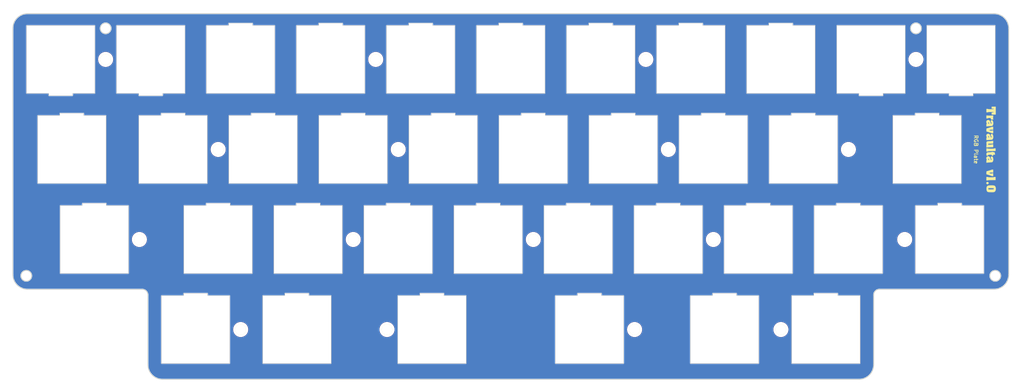
<source format=kicad_pcb>
(kicad_pcb (version 20221018) (generator pcbnew)
  (layers (0 "F.Cu" signal) (31 "B.Cu" signal) (34 "B.Paste" user) (35 "F.Paste" user) (36 "B.SilkS" user "B.Silkscreen") (37 "F.SilkS" user "F.Silkscreen") (38 "B.Mask" user) (39 "F.Mask" user) (44 "Edge.Cuts" user))
  (net 0 "")
  (footprint "cipulot_parts:HOLE_M2" (layer "F.Cu") (at 120.65 57.15)
    (fp_text reference "H2" hide)
    (fp_text value "MountingHole" hide)
    (pad "" np_thru_hole circle (at 0 0) (size 2.2 2.2) (drill 2.2) (layers "*.Cu" "*.Mask" "F.SilkS") (clearance 0.5))
  )
  (footprint "cipulot_parts:HOLE_M2" (layer "F.Cu") (at 153.9875 95.25)
    (fp_text reference "H11" hide)
    (fp_text value "MountingHole" hide)
    (pad "" np_thru_hole circle (at 0 0) (size 2.2 2.2) (drill 2.2) (layers "*.Cu" "*.Mask" "F.SilkS") (clearance 0.5))
  )
  (footprint "lib:RGB realforce R2" (layer "F.Cu") (at 61.12 95.25)
    (fp_text reference "RGB topre")
    (fp_text value "RGB realforce R2")
    (fp_line (start -7.2644 -7.2) (end -7.2644 7.2) (stroke (width 0.1)) (layer "Edge.Cuts"))
    (fp_line (start -7.2644 -7.2) (end -2.5644 -7.2) (stroke (width 0.1)) (layer "Edge.Cuts"))
    (fp_line (start -7.2644 7.2) (end 7.2356 7.2) (stroke (width 0.1)) (layer "Edge.Cuts"))
    (fp_line (start -2.5644 -7.7) (end 2.5356 -7.7) (stroke (width 0.1)) (layer "Edge.Cuts"))
    (fp_line (start -2.5644 -7.2) (end -2.5644 -7.7) (stroke (width 0.1)) (layer "Edge.Cuts"))
    (fp_line (start 2.5356 -7.2) (end 2.5356 -7.7) (stroke (width 0.1)) (layer "Edge.Cuts"))
    (fp_line (start 7.2356 -7.2) (end 2.5356 -7.2) (stroke (width 0.1)) (layer "Edge.Cuts"))
    (fp_line (start 7.2356 -7.2) (end 7.2356 7.2) (stroke (width 0.1)) (layer "Edge.Cuts"))
  )
  (footprint "lib:RGB realforce R2" (layer "F.Cu") (at 187.325 57.15)
    (fp_text reference "RGB topre")
    (fp_text value "RGB realforce R2")
    (fp_line (start -7.2644 -7.2) (end -7.2644 7.2) (stroke (width 0.1)) (layer "Edge.Cuts"))
    (fp_line (start -7.2644 -7.2) (end -2.5644 -7.2) (stroke (width 0.1)) (layer "Edge.Cuts"))
    (fp_line (start -7.2644 7.2) (end 7.2356 7.2) (stroke (width 0.1)) (layer "Edge.Cuts"))
    (fp_line (start -2.5644 -7.7) (end 2.5356 -7.7) (stroke (width 0.1)) (layer "Edge.Cuts"))
    (fp_line (start -2.5644 -7.2) (end -2.5644 -7.7) (stroke (width 0.1)) (layer "Edge.Cuts"))
    (fp_line (start 2.5356 -7.2) (end 2.5356 -7.7) (stroke (width 0.1)) (layer "Edge.Cuts"))
    (fp_line (start 7.2356 -7.2) (end 2.5356 -7.2) (stroke (width 0.1)) (layer "Edge.Cuts"))
    (fp_line (start 7.2356 -7.2) (end 7.2356 7.2) (stroke (width 0.1)) (layer "Edge.Cuts"))
  )
  (footprint "lib:RGB realforce R2" (layer "F.Cu") (at 194.47 114.3)
    (fp_text reference "RGB topre")
    (fp_text value "RGB realforce R2")
    (fp_line (start -7.2644 -7.2) (end -7.2644 7.2) (stroke (width 0.1)) (layer "Edge.Cuts"))
    (fp_line (start -7.2644 -7.2) (end -2.5644 -7.2) (stroke (width 0.1)) (layer "Edge.Cuts"))
    (fp_line (start -7.2644 7.2) (end 7.2356 7.2) (stroke (width 0.1)) (layer "Edge.Cuts"))
    (fp_line (start -2.5644 -7.7) (end 2.5356 -7.7) (stroke (width 0.1)) (layer "Edge.Cuts"))
    (fp_line (start -2.5644 -7.2) (end -2.5644 -7.7) (stroke (width 0.1)) (layer "Edge.Cuts"))
    (fp_line (start 2.5356 -7.2) (end 2.5356 -7.7) (stroke (width 0.1)) (layer "Edge.Cuts"))
    (fp_line (start 7.2356 -7.2) (end 2.5356 -7.2) (stroke (width 0.1)) (layer "Edge.Cuts"))
    (fp_line (start 7.2356 -7.2) (end 7.2356 7.2) (stroke (width 0.1)) (layer "Edge.Cuts"))
  )
  (footprint "lib:RGB realforce R2" (layer "F.Cu") (at 96.8375 76.2)
    (fp_text reference "RGB topre")
    (fp_text value "RGB realforce R2")
    (fp_line (start -7.2644 -7.2) (end -7.2644 7.2) (stroke (width 0.1)) (layer "Edge.Cuts"))
    (fp_line (start -7.2644 -7.2) (end -2.5644 -7.2) (stroke (width 0.1)) (layer "Edge.Cuts"))
    (fp_line (start -7.2644 7.2) (end 7.2356 7.2) (stroke (width 0.1)) (layer "Edge.Cuts"))
    (fp_line (start -2.5644 -7.7) (end 2.5356 -7.7) (stroke (width 0.1)) (layer "Edge.Cuts"))
    (fp_line (start -2.5644 -7.2) (end -2.5644 -7.7) (stroke (width 0.1)) (layer "Edge.Cuts"))
    (fp_line (start 2.5356 -7.2) (end 2.5356 -7.7) (stroke (width 0.1)) (layer "Edge.Cuts"))
    (fp_line (start 7.2356 -7.2) (end 2.5356 -7.2) (stroke (width 0.1)) (layer "Edge.Cuts"))
    (fp_line (start 7.2356 -7.2) (end 7.2356 7.2) (stroke (width 0.1)) (layer "Edge.Cuts"))
  )
  (footprint "lib:RGB realforce R2" (layer "F.Cu") (at 192.0875 76.2)
    (fp_text reference "RGB topre")
    (fp_text value "RGB realforce R2")
    (fp_line (start -7.2644 -7.2) (end -7.2644 7.2) (stroke (width 0.1)) (layer "Edge.Cuts"))
    (fp_line (start -7.2644 -7.2) (end -2.5644 -7.2) (stroke (width 0.1)) (layer "Edge.Cuts"))
    (fp_line (start -7.2644 7.2) (end 7.2356 7.2) (stroke (width 0.1)) (layer "Edge.Cuts"))
    (fp_line (start -2.5644 -7.7) (end 2.5356 -7.7) (stroke (width 0.1)) (layer "Edge.Cuts"))
    (fp_line (start -2.5644 -7.2) (end -2.5644 -7.7) (stroke (width 0.1)) (layer "Edge.Cuts"))
    (fp_line (start 2.5356 -7.2) (end 2.5356 -7.7) (stroke (width 0.1)) (layer "Edge.Cuts"))
    (fp_line (start 7.2356 -7.2) (end 2.5356 -7.2) (stroke (width 0.1)) (layer "Edge.Cuts"))
    (fp_line (start 7.2356 -7.2) (end 7.2356 7.2) (stroke (width 0.1)) (layer "Edge.Cuts"))
  )
  (footprint "cipulot_parts:HOLE_M2" (layer "F.Cu") (at 63.5 57.15)
    (fp_text reference "H1" hide)
    (fp_text value "MountingHole" hide)
    (pad "" np_thru_hole circle (at 0 0) (size 2.2 2.2) (drill 2.2) (layers "F&B.Cu" "*.Mask" "F.SilkS") (clearance 0.5))
  )
  (footprint "lib:RGB realforce R2" (layer "F.Cu") (at 168.275 57.15)
    (fp_text reference "RGB topre")
    (fp_text value "RGB realforce R2")
    (fp_line (start -7.2644 -7.2) (end -7.2644 7.2) (stroke (width 0.1)) (layer "Edge.Cuts"))
    (fp_line (start -7.2644 -7.2) (end -2.5644 -7.2) (stroke (width 0.1)) (layer "Edge.Cuts"))
    (fp_line (start -7.2644 7.2) (end 7.2356 7.2) (stroke (width 0.1)) (layer "Edge.Cuts"))
    (fp_line (start -2.5644 -7.7) (end 2.5356 -7.7) (stroke (width 0.1)) (layer "Edge.Cuts"))
    (fp_line (start -2.5644 -7.2) (end -2.5644 -7.7) (stroke (width 0.1)) (layer "Edge.Cuts"))
    (fp_line (start 2.5356 -7.2) (end 2.5356 -7.7) (stroke (width 0.1)) (layer "Edge.Cuts"))
    (fp_line (start 7.2356 -7.2) (end 2.5356 -7.2) (stroke (width 0.1)) (layer "Edge.Cuts"))
    (fp_line (start 7.2356 -7.2) (end 7.2356 7.2) (stroke (width 0.1)) (layer "Edge.Cuts"))
  )
  (footprint "lib:RGB realforce R2" (layer "F.Cu") (at 211.1375 76.2)
    (fp_text reference "RGB topre")
    (fp_text value "RGB realforce R2")
    (fp_line (start -7.2644 -7.2) (end -7.2644 7.2) (stroke (width 0.1)) (layer "Edge.Cuts"))
    (fp_line (start -7.2644 -7.2) (end -2.5644 -7.2) (stroke (width 0.1)) (layer "Edge.Cuts"))
    (fp_line (start -7.2644 7.2) (end 7.2356 7.2) (stroke (width 0.1)) (layer "Edge.Cuts"))
    (fp_line (start -2.5644 -7.7) (end 2.5356 -7.7) (stroke (width 0.1)) (layer "Edge.Cuts"))
    (fp_line (start -2.5644 -7.2) (end -2.5644 -7.7) (stroke (width 0.1)) (layer "Edge.Cuts"))
    (fp_line (start 2.5356 -7.2) (end 2.5356 -7.7) (stroke (width 0.1)) (layer "Edge.Cuts"))
    (fp_line (start 7.2356 -7.2) (end 2.5356 -7.2) (stroke (width 0.1)) (layer "Edge.Cuts"))
    (fp_line (start 7.2356 -7.2) (end 7.2356 7.2) (stroke (width 0.1)) (layer "Edge.Cuts"))
  )
  (footprint "lib:RGB realforce R2" (layer "F.Cu") (at 77.7875 76.2)
    (fp_text reference "RGB topre")
    (fp_text value "RGB realforce R2")
    (fp_line (start -7.2644 -7.2) (end -7.2644 7.2) (stroke (width 0.1)) (layer "Edge.Cuts"))
    (fp_line (start -7.2644 -7.2) (end -2.5644 -7.2) (stroke (width 0.1)) (layer "Edge.Cuts"))
    (fp_line (start -7.2644 7.2) (end 7.2356 7.2) (stroke (width 0.1)) (layer "Edge.Cuts"))
    (fp_line (start -2.5644 -7.7) (end 2.5356 -7.7) (stroke (width 0.1)) (layer "Edge.Cuts"))
    (fp_line (start -2.5644 -7.2) (end -2.5644 -7.7) (stroke (width 0.1)) (layer "Edge.Cuts"))
    (fp_line (start 2.5356 -7.2) (end 2.5356 -7.7) (stroke (width 0.1)) (layer "Edge.Cuts"))
    (fp_line (start 7.2356 -7.2) (end 2.5356 -7.2) (stroke (width 0.1)) (layer "Edge.Cuts"))
    (fp_line (start 7.2356 -7.2) (end 7.2356 7.2) (stroke (width 0.1)) (layer "Edge.Cuts"))
  )
  (footprint "lib:RGB realforce R2" (layer "F.Cu") (at 206.375 57.15)
    (fp_text reference "RGB topre")
    (fp_text value "RGB realforce R2")
    (fp_line (start -7.2644 -7.2) (end -7.2644 7.2) (stroke (width 0.1)) (layer "Edge.Cuts"))
    (fp_line (start -7.2644 -7.2) (end -2.5644 -7.2) (stroke (width 0.1)) (layer "Edge.Cuts"))
    (fp_line (start -7.2644 7.2) (end 7.2356 7.2) (stroke (width 0.1)) (layer "Edge.Cuts"))
    (fp_line (start -2.5644 -7.7) (end 2.5356 -7.7) (stroke (width 0.1)) (layer "Edge.Cuts"))
    (fp_line (start -2.5644 -7.2) (end -2.5644 -7.7) (stroke (width 0.1)) (layer "Edge.Cuts"))
    (fp_line (start 2.5356 -7.2) (end 2.5356 -7.7) (stroke (width 0.1)) (layer "Edge.Cuts"))
    (fp_line (start 7.2356 -7.2) (end 2.5356 -7.2) (stroke (width 0.1)) (layer "Edge.Cuts"))
    (fp_line (start 7.2356 -7.2) (end 7.2356 7.2) (stroke (width 0.1)) (layer "Edge.Cuts"))
  )
  (footprint "lib:RGB realforce R2" (layer "F.Cu") (at 144.4625 95.25)
    (fp_text reference "RGB topre")
    (fp_text value "RGB realforce R2")
    (fp_line (start -7.2644 -7.2) (end -7.2644 7.2) (stroke (width 0.1)) (layer "Edge.Cuts"))
    (fp_line (start -7.2644 -7.2) (end -2.5644 -7.2) (stroke (width 0.1)) (layer "Edge.Cuts"))
    (fp_line (start -7.2644 7.2) (end 7.2356 7.2) (stroke (width 0.1)) (layer "Edge.Cuts"))
    (fp_line (start -2.5644 -7.7) (end 2.5356 -7.7) (stroke (width 0.1)) (layer "Edge.Cuts"))
    (fp_line (start -2.5644 -7.2) (end -2.5644 -7.7) (stroke (width 0.1)) (layer "Edge.Cuts"))
    (fp_line (start 2.5356 -7.2) (end 2.5356 -7.7) (stroke (width 0.1)) (layer "Edge.Cuts"))
    (fp_line (start 7.2356 -7.2) (end 2.5356 -7.2) (stroke (width 0.1)) (layer "Edge.Cuts"))
    (fp_line (start 7.2356 -7.2) (end 7.2356 7.2) (stroke (width 0.1)) (layer "Edge.Cuts"))
  )
  (footprint "lib:RGB realforce R2" (layer "F.Cu") (at 220.6625 95.25)
    (fp_text reference "RGB topre")
    (fp_text value "RGB realforce R2")
    (fp_line (start -7.2644 -7.2) (end -7.2644 7.2) (stroke (width 0.1)) (layer "Edge.Cuts"))
    (fp_line (start -7.2644 -7.2) (end -2.5644 -7.2) (stroke (width 0.1)) (layer "Edge.Cuts"))
    (fp_line (start -7.2644 7.2) (end 7.2356 7.2) (stroke (width 0.1)) (layer "Edge.Cuts"))
    (fp_line (start -2.5644 -7.7) (end 2.5356 -7.7) (stroke (width 0.1)) (layer "Edge.Cuts"))
    (fp_line (start -2.5644 -7.2) (end -2.5644 -7.7) (stroke (width 0.1)) (layer "Edge.Cuts"))
    (fp_line (start 2.5356 -7.2) (end 2.5356 -7.7) (stroke (width 0.1)) (layer "Edge.Cuts"))
    (fp_line (start 7.2356 -7.2) (end 2.5356 -7.2) (stroke (width 0.1)) (layer "Edge.Cuts"))
    (fp_line (start 7.2356 -7.2) (end 7.2356 7.2) (stroke (width 0.1)) (layer "Edge.Cuts"))
  )
  (footprint "LOGO" (layer "F.Cu") (at 250.825 76.2 -90)
    (fp_text reference "G***" hide)
    (fp_text value "LOGO" hide)
  )
  (footprint "lib:RGB realforce R2" (layer "F.Cu") (at 82.55 114.3)
    (fp_text reference "RGB topre")
    (fp_text value "RGB realforce R2")
    (fp_line (start -7.2644 -7.2) (end -7.2644 7.2) (stroke (width 0.1)) (layer "Edge.Cuts"))
    (fp_line (start -7.2644 -7.2) (end -2.5644 -7.2) (stroke (width 0.1)) (layer "Edge.Cuts"))
    (fp_line (start -7.2644 7.2) (end 7.2356 7.2) (stroke (width 0.1)) (layer "Edge.Cuts"))
    (fp_line (start -2.5644 -7.7) (end 2.5356 -7.7) (stroke (width 0.1)) (layer "Edge.Cuts"))
    (fp_line (start -2.5644 -7.2) (end -2.5644 -7.7) (stroke (width 0.1)) (layer "Edge.Cuts"))
    (fp_line (start 2.5356 -7.2) (end 2.5356 -7.7) (stroke (width 0.1)) (layer "Edge.Cuts"))
    (fp_line (start 7.2356 -7.2) (end 2.5356 -7.2) (stroke (width 0.1)) (layer "Edge.Cuts"))
    (fp_line (start 7.2356 -7.2) (end 7.2356 7.2) (stroke (width 0.1)) (layer "Edge.Cuts"))
  )
  (footprint "lib:RGB realforce R2" (layer "F.Cu") (at 130.175 57.15)
    (fp_text reference "RGB topre")
    (fp_text value "RGB realforce R2")
    (fp_line (start -7.2644 -7.2) (end -7.2644 7.2) (stroke (width 0.1)) (layer "Edge.Cuts"))
    (fp_line (start -7.2644 -7.2) (end -2.5644 -7.2) (stroke (width 0.1)) (layer "Edge.Cuts"))
    (fp_line (start -7.2644 7.2) (end 7.2356 7.2) (stroke (width 0.1)) (layer "Edge.Cuts"))
    (fp_line (start -2.5644 -7.7) (end 2.5356 -7.7) (stroke (width 0.1)) (layer "Edge.Cuts"))
    (fp_line (start -2.5644 -7.2) (end -2.5644 -7.7) (stroke (width 0.1)) (layer "Edge.Cuts"))
    (fp_line (start 2.5356 -7.2) (end 2.5356 -7.7) (stroke (width 0.1)) (layer "Edge.Cuts"))
    (fp_line (start 7.2356 -7.2) (end 2.5356 -7.2) (stroke (width 0.1)) (layer "Edge.Cuts"))
    (fp_line (start 7.2356 -7.2) (end 7.2356 7.2) (stroke (width 0.1)) (layer "Edge.Cuts"))
  )
  (footprint "lib:RGB realforce R2" (layer "F.Cu") (at 134.9375 76.2)
    (fp_text reference "RGB topre")
    (fp_text value "RGB realforce R2")
    (fp_line (start -7.2644 -7.2) (end -7.2644 7.2) (stroke (width 0.1)) (layer "Edge.Cuts"))
    (fp_line (start -7.2644 -7.2) (end -2.5644 -7.2) (stroke (width 0.1)) (layer "Edge.Cuts"))
    (fp_line (start -7.2644 7.2) (end 7.2356 7.2) (stroke (width 0.1)) (layer "Edge.Cuts"))
    (fp_line (start -2.5644 -7.7) (end 2.5356 -7.7) (stroke (width 0.1)) (layer "Edge.Cuts"))
    (fp_line (start -2.5644 -7.2) (end -2.5644 -7.7) (stroke (width 0.1)) (layer "Edge.Cuts"))
    (fp_line (start 2.5356 -7.2) (end 2.5356 -7.7) (stroke (width 0.1)) (layer "Edge.Cuts"))
    (fp_line (start 7.2356 -7.2) (end 2.5356 -7.2) (stroke (width 0.1)) (layer "Edge.Cuts"))
    (fp_line (start 7.2356 -7.2) (end 7.2356 7.2) (stroke (width 0.1)) (layer "Edge.Cuts"))
  )
  (footprint "lib:RGB realforce R2" (layer "F.Cu") (at 103.98 114.3)
    (fp_text reference "RGB topre")
    (fp_text value "RGB realforce R2")
    (fp_line (start -7.2644 -7.2) (end -7.2644 7.2) (stroke (width 0.1)) (layer "Edge.Cuts"))
    (fp_line (start -7.2644 -7.2) (end -2.5644 -7.2) (stroke (width 0.1)) (layer "Edge.Cuts"))
    (fp_line (start -7.2644 7.2) (end 7.2356 7.2) (stroke (width 0.1)) (layer "Edge.Cuts"))
    (fp_line (start -2.5644 -7.7) (end 2.5356 -7.7) (stroke (width 0.1)) (layer "Edge.Cuts"))
    (fp_line (start -2.5644 -7.2) (end -2.5644 -7.7) (stroke (width 0.1)) (layer "Edge.Cuts"))
    (fp_line (start 2.5356 -7.2) (end 2.5356 -7.7) (stroke (width 0.1)) (layer "Edge.Cuts"))
    (fp_line (start 7.2356 -7.2) (end 2.5356 -7.2) (stroke (width 0.1)) (layer "Edge.Cuts"))
    (fp_line (start 7.2356 -7.2) (end 7.2356 7.2) (stroke (width 0.1)) (layer "Edge.Cuts"))
  )
  (footprint "lib:RGB realforce R2" (layer "F.Cu") (at 106.3625 95.25)
    (fp_text reference "RGB topre")
    (fp_text value "RGB realforce R2")
    (fp_line (start -7.2644 -7.2) (end -7.2644 7.2) (stroke (width 0.1)) (layer "Edge.Cuts"))
    (fp_line (start -7.2644 -7.2) (end -2.5644 -7.2) (stroke (width 0.1)) (layer "Edge.Cuts"))
    (fp_line (start -7.2644 7.2) (end 7.2356 7.2) (stroke (width 0.1)) (layer "Edge.Cuts"))
    (fp_line (start -2.5644 -7.7) (end 2.5356 -7.7) (stroke (width 0.1)) (layer "Edge.Cuts"))
    (fp_line (start -2.5644 -7.2) (end -2.5644 -7.7) (stroke (width 0.1)) (layer "Edge.Cuts"))
    (fp_line (start 2.5356 -7.2) (end 2.5356 -7.7) (stroke (width 0.1)) (layer "Edge.Cuts"))
    (fp_line (start 7.2356 -7.2) (end 2.5356 -7.2) (stroke (width 0.1)) (layer "Edge.Cuts"))
    (fp_line (start 7.2356 -7.2) (end 7.2356 7.2) (stroke (width 0.1)) (layer "Edge.Cuts"))
  )
  (footprint "cipulot_parts:HOLE_M2" (layer "F.Cu") (at 70.64375 95.25)
    (fp_text reference "H9" hide)
    (fp_text value "MountingHole" hide)
    (pad "" np_thru_hole circle (at 0 0) (size 2.2 2.2) (drill 2.2) (layers "*.Cu" "*.Mask" "F.SilkS") (clearance 0.5))
  )
  (footprint "cipulot_parts:HOLE_M2" (layer "F.Cu") (at 232.56875 95.25)
    (fp_text reference "H13" hide)
    (fp_text value "MountingHole" hide)
    (pad "" np_thru_hole circle (at 0 0) (size 2.2 2.2) (drill 2.2) (layers "*.Cu" "*.Mask" "F.SilkS") (clearance 0.5))
  )
  (footprint "lib:RGB realforce R2" (layer "F.Cu") (at 56.358 76.2)
    (fp_text reference "RGB topre")
    (fp_text value "RGB realforce R2")
    (fp_line (start -7.2644 -7.2) (end -7.2644 7.2) (stroke (width 0.1)) (layer "Edge.Cuts"))
    (fp_line (start -7.2644 -7.2) (end -2.5644 -7.2) (stroke (width 0.1)) (layer "Edge.Cuts"))
    (fp_line (start -7.2644 7.2) (end 7.2356 7.2) (stroke (width 0.1)) (layer "Edge.Cuts"))
    (fp_line (start -2.5644 -7.7) (end 2.5356 -7.7) (stroke (width 0.1)) (layer "Edge.Cuts"))
    (fp_line (start -2.5644 -7.2) (end -2.5644 -7.7) (stroke (width 0.1)) (layer "Edge.Cuts"))
    (fp_line (start 2.5356 -7.2) (end 2.5356 -7.7) (stroke (width 0.1)) (layer "Edge.Cuts"))
    (fp_line (start 7.2356 -7.2) (end 2.5356 -7.2) (stroke (width 0.1)) (layer "Edge.Cuts"))
    (fp_line (start 7.2356 -7.2) (end 7.2356 7.2) (stroke (width 0.1)) (layer "Edge.Cuts"))
  )
  (footprint "lib:RGB realforce R2" (layer "F.Cu") (at 92.075 57.15)
    (fp_text reference "RGB topre")
    (fp_text value "RGB realforce R2")
    (fp_line (start -7.2644 -7.2) (end -7.2644 7.2) (stroke (width 0.1)) (layer "Edge.Cuts"))
    (fp_line (start -7.2644 -7.2) (end -2.5644 -7.2) (stroke (width 0.1)) (layer "Edge.Cuts"))
    (fp_line (start -7.2644 7.2) (end 7.2356 7.2) (stroke (width 0.1)) (layer "Edge.Cuts"))
    (fp_line (start -2.5644 -7.7) (end 2.5356 -7.7) (stroke (width 0.1)) (layer "Edge.Cuts"))
    (fp_line (start -2.5644 -7.2) (end -2.5644 -7.7) (stroke (width 0.1)) (layer "Edge.Cuts"))
    (fp_line (start 2.5356 -7.2) (end 2.5356 -7.7) (stroke (width 0.1)) (layer "Edge.Cuts"))
    (fp_line (start 7.2356 -7.2) (end 2.5356 -7.2) (stroke (width 0.1)) (layer "Edge.Cuts"))
    (fp_line (start 7.2356 -7.2) (end 7.2356 7.2) (stroke (width 0.1)) (layer "Edge.Cuts"))
  )
  (footprint "cipulot_parts:HOLE_M2" (layer "F.Cu") (at 87.3125 76.2)
    (fp_text reference "H5" hide)
    (fp_text value "MountingHole" hide)
    (pad "" np_thru_hole circle (at 0 0) (size 2.2 2.2) (drill 2.2) (layers "*.Cu" "*.Mask" "F.SilkS") (clearance 0.5))
  )
  (footprint "lib:RGB realforce R2" (layer "F.Cu") (at 244.475 57.15 180)
    (fp_text reference "RGB topre")
    (fp_text value "RGB realforce R2")
    (fp_line (start -7.2644 -7.2) (end -7.2644 7.2) (stroke (width 0.1)) (layer "Edge.Cuts"))
    (fp_line (start -7.2644 -7.2) (end -2.5644 -7.2) (stroke (width 0.1)) (layer "Edge.Cuts"))
    (fp_line (start -7.2644 7.2) (end 7.2356 7.2) (stroke (width 0.1)) (layer "Edge.Cuts"))
    (fp_line (start -2.5644 -7.7) (end 2.5356 -7.7) (stroke (width 0.1)) (layer "Edge.Cuts"))
    (fp_line (start -2.5644 -7.2) (end -2.5644 -7.7) (stroke (width 0.1)) (layer "Edge.Cuts"))
    (fp_line (start 2.5356 -7.2) (end 2.5356 -7.7) (stroke (width 0.1)) (layer "Edge.Cuts"))
    (fp_line (start 7.2356 -7.2) (end 2.5356 -7.2) (stroke (width 0.1)) (layer "Edge.Cuts"))
    (fp_line (start 7.2356 -7.2) (end 7.2356 7.2) (stroke (width 0.1)) (layer "Edge.Cuts"))
  )
  (footprint "lib:RGB realforce R2" (layer "F.Cu") (at 237.33 76.2)
    (fp_text reference "RGB topre")
    (fp_text value "RGB realforce R2")
    (fp_line (start -7.2644 -7.2) (end -7.2644 7.2) (stroke (width 0.1)) (layer "Edge.Cuts"))
    (fp_line (start -7.2644 -7.2) (end -2.5644 -7.2) (stroke (width 0.1)) (layer "Edge.Cuts"))
    (fp_line (start -7.2644 7.2) (end 7.2356 7.2) (stroke (width 0.1)) (layer "Edge.Cuts"))
    (fp_line (start -2.5644 -7.7) (end 2.5356 -7.7) (stroke (width 0.1)) (layer "Edge.Cuts"))
    (fp_line (start -2.5644 -7.2) (end -2.5644 -7.7) (stroke (width 0.1)) (layer "Edge.Cuts"))
    (fp_line (start 2.5356 -7.2) (end 2.5356 -7.7) (stroke (width 0.1)) (layer "Edge.Cuts"))
    (fp_line (start 7.2356 -7.2) (end 2.5356 -7.2) (stroke (width 0.1)) (layer "Edge.Cuts"))
    (fp_line (start 7.2356 -7.2) (end 7.2356 7.2) (stroke (width 0.1)) (layer "Edge.Cuts"))
  )
  (footprint "lib:RGB realforce R2" (layer "F.Cu") (at 182.5625 95.25)
    (fp_text reference "RGB topre")
    (fp_text value "RGB realforce R2")
    (fp_line (start -7.2644 -7.2) (end -7.2644 7.2) (stroke (width 0.1)) (layer "Edge.Cuts"))
    (fp_line (start -7.2644 -7.2) (end -2.5644 -7.2) (stroke (width 0.1)) (layer "Edge.Cuts"))
    (fp_line (start -7.2644 7.2) (end 7.2356 7.2) (stroke (width 0.1)) (layer "Edge.Cuts"))
    (fp_line (start -2.5644 -7.7) (end 2.5356 -7.7) (stroke (width 0.1)) (layer "Edge.Cuts"))
    (fp_line (start -2.5644 -7.2) (end -2.5644 -7.7) (stroke (width 0.1)) (layer "Edge.Cuts"))
    (fp_line (start 2.5356 -7.2) (end 2.5356 -7.7) (stroke (width 0.1)) (layer "Edge.Cuts"))
    (fp_line (start 7.2356 -7.2) (end 2.5356 -7.2) (stroke (width 0.1)) (layer "Edge.Cuts"))
    (fp_line (start 7.2356 -7.2) (end 7.2356 7.2) (stroke (width 0.1)) (layer "Edge.Cuts"))
  )
  (footprint "lib:RGB realforce R2" (layer "F.Cu") (at 225.425 57.15 180)
    (fp_text reference "RGB topre")
    (fp_text value "RGB realforce R2")
    (fp_line (start -7.2644 -7.2) (end -7.2644 7.2) (stroke (width 0.1)) (layer "Edge.Cuts"))
    (fp_line (start -7.2644 -7.2) (end -2.5644 -7.2) (stroke (width 0.1)) (layer "Edge.Cuts"))
    (fp_line (start -7.2644 7.2) (end 7.2356 7.2) (stroke (width 0.1)) (layer "Edge.Cuts"))
    (fp_line (start -2.5644 -7.7) (end 2.5356 -7.7) (stroke (width 0.1)) (layer "Edge.Cuts"))
    (fp_line (start -2.5644 -7.2) (end -2.5644 -7.7) (stroke (width 0.1)) (layer "Edge.Cuts"))
    (fp_line (start 2.5356 -7.2) (end 2.5356 -7.7) (stroke (width 0.1)) (layer "Edge.Cuts"))
    (fp_line (start 7.2356 -7.2) (end 2.5356 -7.2) (stroke (width 0.1)) (layer "Edge.Cuts"))
    (fp_line (start 7.2356 -7.2) (end 7.2356 7.2) (stroke (width 0.1)) (layer "Edge.Cuts"))
  )
  (footprint "lib:RGB realforce R2" (layer "F.Cu") (at 87.3125 95.25)
    (fp_text reference "RGB topre")
    (fp_text value "RGB realforce R2")
    (fp_line (start -7.2644 -7.2) (end -7.2644 7.2) (stroke (width 0.1)) (layer "Edge.Cuts"))
    (fp_line (start -7.2644 -7.2) (end -2.5644 -7.2) (stroke (width 0.1)) (layer "Edge.Cuts"))
    (fp_line (start -7.2644 7.2) (end 7.2356 7.2) (stroke (width 0.1)) (layer "Edge.Cuts"))
    (fp_line (start -2.5644 -7.7) (end 2.5356 -7.7) (stroke (width 0.1)) (layer "Edge.Cuts"))
    (fp_line (start -2.5644 -7.2) (end -2.5644 -7.7) (stroke (width 0.1)) (layer "Edge.Cuts"))
    (fp_line (start 2.5356 -7.2) (end 2.5356 -7.7) (stroke (width 0.1)) (layer "Edge.Cuts"))
    (fp_line (start 7.2356 -7.2) (end 2.5356 -7.2) (stroke (width 0.1)) (layer "Edge.Cuts"))
    (fp_line (start 7.2356 -7.2) (end 7.2356 7.2) (stroke (width 0.1)) (layer "Edge.Cuts"))
  )
  (footprint "cipulot_parts:HOLE_M2" (layer "F.Cu") (at 115.8875 95.25)
    (fp_text reference "H10" hide)
    (fp_text value "MountingHole" hide)
    (pad "" np_thru_hole circle (at 0 0) (size 2.2 2.2) (drill 2.2) (layers "*.Cu" "*.Mask" "F.SilkS") (clearance 0.5))
  )
  (footprint "cipulot_parts:HOLE_M2" (layer "F.Cu") (at 220.6625 76.2)
    (fp_text reference "H8" hide)
    (fp_text value "MountingHole" hide)
    (pad "" np_thru_hole circle (at 0 0) (size 2.2 2.2) (drill 2.2) (layers "*.Cu" "*.Mask" "F.SilkS") (clearance 0.5))
  )
  (footprint "lib:RGB realforce R2" (layer "F.Cu") (at 165.892 114.3)
    (fp_text reference "RGB topre")
    (fp_text value "RGB realforce R2")
    (fp_line (start -7.2644 -7.2) (end -7.2644 7.2) (stroke (width 0.1)) (layer "Edge.Cuts"))
    (fp_line (start -7.2644 -7.2) (end -2.5644 -7.2) (stroke (width 0.1)) (layer "Edge.Cuts"))
    (fp_line (start -7.2644 7.2) (end 7.2356 7.2) (stroke (width 0.1)) (layer "Edge.Cuts"))
    (fp_line (start -2.5644 -7.7) (end 2.5356 -7.7) (stroke (width 0.1)) (layer "Edge.Cuts"))
    (fp_line (start -2.5644 -7.2) (end -2.5644 -7.7) (stroke (width 0.1)) (layer "Edge.Cuts"))
    (fp_line (start 2.5356 -7.2) (end 2.5356 -7.7) (stroke (width 0.1)) (layer "Edge.Cuts"))
    (fp_line (start 7.2356 -7.2) (end 2.5356 -7.2) (stroke (width 0.1)) (layer "Edge.Cuts"))
    (fp_line (start 7.2356 -7.2) (end 7.2356 7.2) (stroke (width 0.1)) (layer "Edge.Cuts"))
  )
  (footprint "lib:RGB realforce R2" (layer "F.Cu") (at 149.225 57.15)
    (fp_text reference "RGB topre")
    (fp_text value "RGB realforce R2")
    (fp_line (start -7.2644 -7.2) (end -7.2644 7.2) (stroke (width 0.1)) (layer "Edge.Cuts"))
    (fp_line (start -7.2644 -7.2) (end -2.5644 -7.2) (stroke (width 0.1)) (layer "Edge.Cuts"))
    (fp_line (start -7.2644 7.2) (end 7.2356 7.2) (stroke (width 0.1)) (layer "Edge.Cuts"))
    (fp_line (start -2.5644 -7.7) (end 2.5356 -7.7) (stroke (width 0.1)) (layer "Edge.Cuts"))
    (fp_line (start -2.5644 -7.2) (end -2.5644 -7.7) (stroke (width 0.1)) (layer "Edge.Cuts"))
    (fp_line (start 2.5356 -7.2) (end 2.5356 -7.7) (stroke (width 0.1)) (layer "Edge.Cuts"))
    (fp_line (start 7.2356 -7.2) (end 2.5356 -7.2) (stroke (width 0.1)) (layer "Edge.Cuts"))
    (fp_line (start 7.2356 -7.2) (end 7.2356 7.2) (stroke (width 0.1)) (layer "Edge.Cuts"))
  )
  (footprint "cipulot_parts:HOLE_M2" (layer "F.Cu") (at 123.03125 114.3)
    (fp_text reference "H15" hide)
    (fp_text value "MountingHole" hide)
    (pad "" np_thru_hole circle (at 0 0) (size 2.2 2.2) (drill 2.2) (layers "*.Cu" "*.Mask" "F.SilkS") (clearance 0.5))
  )
  (footprint "lib:RGB realforce R2" (layer "F.Cu") (at 242.095 95.25)
    (fp_text reference "RGB topre")
    (fp_text value "RGB realforce R2")
    (fp_line (start -7.2644 -7.2) (end -7.2644 7.2) (stroke (width 0.1)) (layer "Edge.Cuts"))
    (fp_line (start -7.2644 -7.2) (end -2.5644 -7.2) (stroke (width 0.1)) (layer "Edge.Cuts"))
    (fp_line (start -7.2644 7.2) (end 7.2356 7.2) (stroke (width 0.1)) (layer "Edge.Cuts"))
    (fp_line (start -2.5644 -7.7) (end 2.5356 -7.7) (stroke (width 0.1)) (layer "Edge.Cuts"))
    (fp_line (start -2.5644 -7.2) (end -2.5644 -7.7) (stroke (width 0.1)) (layer "Edge.Cuts"))
    (fp_line (start 2.5356 -7.2) (end 2.5356 -7.7) (stroke (width 0.1)) (layer "Edge.Cuts"))
    (fp_line (start 7.2356 -7.2) (end 2.5356 -7.2) (stroke (width 0.1)) (layer "Edge.Cuts"))
    (fp_line (start 7.2356 -7.2) (end 7.2356 7.2) (stroke (width 0.1)) (layer "Edge.Cuts"))
  )
  (footprint "lib:RGB realforce R2" (layer "F.Cu") (at 111.125 57.15)
    (fp_text reference "RGB topre")
    (fp_text value "RGB realforce R2")
    (fp_line (start -7.2644 -7.2) (end -7.2644 7.2) (stroke (width 0.1)) (layer "Edge.Cuts"))
    (fp_line (start -7.2644 -7.2) (end -2.5644 -7.2) (stroke (width 0.1)) (layer "Edge.Cuts"))
    (fp_line (start -7.2644 7.2) (end 7.2356 7.2) (stroke (width 0.1)) (layer "Edge.Cuts"))
    (fp_line (start -2.5644 -7.7) (end 2.5356 -7.7) (stroke (width 0.1)) (layer "Edge.Cuts"))
    (fp_line (start -2.5644 -7.2) (end -2.5644 -7.7) (stroke (width 0.1)) (layer "Edge.Cuts"))
    (fp_line (start 2.5356 -7.2) (end 2.5356 -7.7) (stroke (width 0.1)) (layer "Edge.Cuts"))
    (fp_line (start 7.2356 -7.2) (end 2.5356 -7.2) (stroke (width 0.1)) (layer "Edge.Cuts"))
    (fp_line (start 7.2356 -7.2) (end 7.2356 7.2) (stroke (width 0.1)) (layer "Edge.Cuts"))
  )
  (footprint "cipulot_parts:HOLE_M2" (layer "F.Cu") (at 177.8 57.15)
    (fp_text reference "H3" hide)
    (fp_text value "MountingHole" hide)
    (pad "" np_thru_hole circle (at 0 0) (size 2.2 2.2) (drill 2.2) (layers "*.Cu" "*.Mask" "F.SilkS") (clearance 0.5))
  )
  (footprint "lib:RGB realforce R2" (layer "F.Cu") (at 153.9875 76.2)
    (fp_text reference "RGB topre")
    (fp_text value "RGB realforce R2")
    (fp_line (start -7.2644 -7.2) (end -7.2644 7.2) (stroke (width 0.1)) (layer "Edge.Cuts"))
    (fp_line (start -7.2644 -7.2) (end -2.5644 -7.2) (stroke (width 0.1)) (layer "Edge.Cuts"))
    (fp_line (start -7.2644 7.2) (end 7.2356 7.2) (stroke (width 0.1)) (layer "Edge.Cuts"))
    (fp_line (start -2.5644 -7.7) (end 2.5356 -7.7) (stroke (width 0.1)) (layer "Edge.Cuts"))
    (fp_line (start -2.5644 -7.2) (end -2.5644 -7.7) (stroke (width 0.1)) (layer "Edge.Cuts"))
    (fp_line (start 2.5356 -7.2) (end 2.5356 -7.7) (stroke (width 0.1)) (layer "Edge.Cuts"))
    (fp_line (start 7.2356 -7.2) (end 2.5356 -7.2) (stroke (width 0.1)) (layer "Edge.Cuts"))
    (fp_line (start 7.2356 -7.2) (end 7.2356 7.2) (stroke (width 0.1)) (layer "Edge.Cuts"))
  )
  (footprint "cipulot_parts:HOLE_M2" (layer "F.Cu") (at 206.375 114.3)
    (fp_text reference "H17" hide)
    (fp_text value "MountingHole" hide)
    (pad "" np_thru_hole circle (at 0 0) (size 2.2 2.2) (drill 2.2) (layers "*.Cu" "*.Mask" "F.SilkS") (clearance 0.5))
  )
  (footprint "cipulot_parts:HOLE_M2" (layer "F.Cu") (at 234.95 57.15)
    (fp_text reference "H4" hide)
    (fp_text value "MountingHole" hide)
    (pad "" np_thru_hole circle (at 0 0) (size 2.2 2.2) (drill 2.2) (layers "*.Cu" "*.Mask" "F.SilkS") (clearance 0.5))
  )
  (footprint "cipulot_parts:HOLE_M2" (layer "F.Cu") (at 125.4125 76.2)
    (fp_text reference "H6" hide)
    (fp_text value "MountingHole" hide)
    (pad "" np_thru_hole circle (at 0 0) (size 2.2 2.2) (drill 2.2) (layers "*.Cu" "*.Mask" "F.SilkS") (clearance 0.5))
  )
  (footprint "lib:RGB realforce R2" (layer "F.Cu") (at 132.555 114.3)
    (fp_text reference "RGB topre")
    (fp_text value "RGB realforce R2")
    (fp_line (start -7.2644 -7.2) (end -7.2644 7.2) (stroke (width 0.1)) (layer "Edge.Cuts"))
    (fp_line (start -7.2644 -7.2) (end -2.5644 -7.2) (stroke (width 0.1)) (layer "Edge.Cuts"))
    (fp_line (start -7.2644 7.2) (end 7.2356 7.2) (stroke (width 0.1)) (layer "Edge.Cuts"))
    (fp_line (start -2.5644 -7.7) (end 2.5356 -7.7) (stroke (width 0.1)) (layer "Edge.Cuts"))
    (fp_line (start -2.5644 -7.2) (end -2.5644 -7.7) (stroke (width 0.1)) (layer "Edge.Cuts"))
    (fp_line (start 2.5356 -7.2) (end 2.5356 -7.7) (stroke (width 0.1)) (layer "Edge.Cuts"))
    (fp_line (start 7.2356 -7.2) (end 2.5356 -7.2) (stroke (width 0.1)) (layer "Edge.Cuts"))
    (fp_line (start 7.2356 -7.2) (end 7.2356 7.2) (stroke (width 0.1)) (layer "Edge.Cuts"))
  )
  (footprint "cipulot_parts:HOLE_M2" (layer "F.Cu") (at 175.41875 114.3)
    (fp_text reference "H16" hide)
    (fp_text value "MountingHole" hide)
    (pad "" np_thru_hole circle (at 0 0) (size 2.2 2.2) (drill 2.2) (layers "*.Cu" "*.Mask" "F.SilkS") (clearance 0.5))
  )
  (footprint "cipulot_parts:HOLE_M2" (layer "F.Cu") (at 192.0875 95.25)
    (fp_text reference "H12" hide)
    (fp_text value "MountingHole" hide)
    (pad "" np_thru_hole circle (at 0 0) (size 2.2 2.2) (drill 2.2) (layers "*.Cu" "*.Mask" "F.SilkS") (clearance 0.5))
  )
  (footprint "lib:RGB realforce R2" (layer "F.Cu") (at 53.975 57.15 180)
    (fp_text reference "RGB topre")
    (fp_text value "RGB realforce R2")
    (fp_line (start -7.2644 -7.2) (end -7.2644 7.2) (stroke (width 0.1)) (layer "Edge.Cuts"))
    (fp_line (start -7.2644 -7.2) (end -2.5644 -7.2) (stroke (width 0.1)) (layer "Edge.Cuts"))
    (fp_line (start -7.2644 7.2) (end 7.2356 7.2) (stroke (width 0.1)) (layer "Edge.Cuts"))
    (fp_line (start -2.5644 -7.7) (end 2.5356 -7.7) (stroke (width 0.1)) (layer "Edge.Cuts"))
    (fp_line (start -2.5644 -7.2) (end -2.5644 -7.7) (stroke (width 0.1)) (layer "Edge.Cuts"))
    (fp_line (start 2.5356 -7.2) (end 2.5356 -7.7) (stroke (width 0.1)) (layer "Edge.Cuts"))
    (fp_line (start 7.2356 -7.2) (end 2.5356 -7.2) (stroke (width 0.1)) (layer "Edge.Cuts"))
    (fp_line (start 7.2356 -7.2) (end 7.2356 7.2) (stroke (width 0.1)) (layer "Edge.Cuts"))
  )
  (footprint "lib:RGB realforce R2" (layer "F.Cu") (at 125.4125 95.25)
    (fp_text reference "RGB topre")
    (fp_text value "RGB realforce R2")
    (fp_line (start -7.2644 -7.2) (end -7.2644 7.2) (stroke (width 0.1)) (layer "Edge.Cuts"))
    (fp_line (start -7.2644 -7.2) (end -2.5644 -7.2) (stroke (width 0.1)) (layer "Edge.Cuts"))
    (fp_line (start -7.2644 7.2) (end 7.2356 7.2) (stroke (width 0.1)) (layer "Edge.Cuts"))
    (fp_line (start -2.5644 -7.7) (end 2.5356 -7.7) (stroke (width 0.1)) (layer "Edge.Cuts"))
    (fp_line (start -2.5644 -7.2) (end -2.5644 -7.7) (stroke (width 0.1)) (layer "Edge.Cuts"))
    (fp_line (start 2.5356 -7.2) (end 2.5356 -7.7) (stroke (width 0.1)) (layer "Edge.Cuts"))
    (fp_line (start 7.2356 -7.2) (end 2.5356 -7.2) (stroke (width 0.1)) (layer "Edge.Cuts"))
    (fp_line (start 7.2356 -7.2) (end 7.2356 7.2) (stroke (width 0.1)) (layer "Edge.Cuts"))
  )
  (footprint "lib:RGB realforce R2" (layer "F.Cu") (at 215.9 114.3)
    (fp_text reference "RGB topre")
    (fp_text value "RGB realforce R2")
    (fp_line (start -7.2644 -7.2) (end -7.2644 7.2) (stroke (width 0.1)) (layer "Edge.Cuts"))
    (fp_line (start -7.2644 -7.2) (end -2.5644 -7.2) (stroke (width 0.1)) (layer "Edge.Cuts"))
    (fp_line (start -7.2644 7.2) (end 7.2356 7.2) (stroke (width 0.1)) (layer "Edge.Cuts"))
    (fp_line (start -2.5644 -7.7) (end 2.5356 -7.7) (stroke (width 0.1)) (layer "Edge.Cuts"))
    (fp_line (start -2.5644 -7.2) (end -2.5644 -7.7) (stroke (width 0.1)) (layer "Edge.Cuts"))
    (fp_line (start 2.5356 -7.2) (end 2.5356 -7.7) (stroke (width 0.1)) (layer "Edge.Cuts"))
    (fp_line (start 7.2356 -7.2) (end 2.5356 -7.2) (stroke (width 0.1)) (layer "Edge.Cuts"))
    (fp_line (start 7.2356 -7.2) (end 7.2356 7.2) (stroke (width 0.1)) (layer "Edge.Cuts"))
  )
  (footprint "cipulot_parts:HOLE_M2" (layer "F.Cu") (at 182.5625 76.2)
    (fp_text reference "H7" hide)
    (fp_text value "MountingHole" hide)
    (pad "" np_thru_hole circle (at 0 0) (size 2.2 2.2) (drill 2.2) (layers "*.Cu" "*.Mask" "F.SilkS") (clearance 0.5))
  )
  (footprint "lib:RGB realforce R2" (layer "F.Cu") (at 73.025 57.15 180)
    (fp_text reference "RGB topre")
    (fp_text value "RGB realforce R2")
    (fp_line (start -7.2644 -7.2) (end -7.2644 7.2) (stroke (width 0.1)) (layer "Edge.Cuts"))
    (fp_line (start -7.2644 -7.2) (end -2.5644 -7.2) (stroke (width 0.1)) (layer "Edge.Cuts"))
    (fp_line (start -7.2644 7.2) (end 7.2356 7.2) (stroke (width 0.1)) (layer "Edge.Cuts"))
    (fp_line (start -2.5644 -7.7) (end 2.5356 -7.7) (stroke (width 0.1)) (layer "Edge.Cuts"))
    (fp_line (start -2.5644 -7.2) (end -2.5644 -7.7) (stroke (width 0.1)) (layer "Edge.Cuts"))
    (fp_line (start 2.5356 -7.2) (end 2.5356 -7.7) (stroke (width 0.1)) (layer "Edge.Cuts"))
    (fp_line (start 7.2356 -7.2) (end 2.5356 -7.2) (stroke (width 0.1)) (layer "Edge.Cuts"))
    (fp_line (start 7.2356 -7.2) (end 7.2356 7.2) (stroke (width 0.1)) (layer "Edge.Cuts"))
  )
  (footprint "cipulot_parts:HOLE_M2" (layer "F.Cu") (at 92.075 114.3)
    (fp_text reference "H14" hide)
    (fp_text value "MountingHole" hide)
    (pad "" np_thru_hole circle (at 0 0) (size 2.2 2.2) (drill 2.2) (layers "*.Cu" "*.Mask" "F.SilkS") (clearance 0.5))
  )
  (footprint "lib:RGB realforce R2" (layer "F.Cu") (at 201.6125 95.25)
    (fp_text reference "RGB topre")
    (fp_text value "RGB realforce R2")
    (fp_line (start -7.2644 -7.2) (end -7.2644 7.2) (stroke (width 0.1)) (layer "Edge.Cuts"))
    (fp_line (start -7.2644 -7.2) (end -2.5644 -7.2) (stroke (width 0.1)) (layer "Edge.Cuts"))
    (fp_line (start -7.2644 7.2) (end 7.2356 7.2) (stroke (width 0.1)) (layer "Edge.Cuts"))
    (fp_line (start -2.5644 -7.7) (end 2.5356 -7.7) (stroke (width 0.1)) (layer "Edge.Cuts"))
    (fp_line (start -2.5644 -7.2) (end -2.5644 -7.7) (stroke (width 0.1)) (layer "Edge.Cuts"))
    (fp_line (start 2.5356 -7.2) (end 2.5356 -7.7) (stroke (width 0.1)) (layer "Edge.Cuts"))
    (fp_line (start 7.2356 -7.2) (end 2.5356 -7.2) (stroke (width 0.1)) (layer "Edge.Cuts"))
    (fp_line (start 7.2356 -7.2) (end 7.2356 7.2) (stroke (width 0.1)) (layer "Edge.Cuts"))
  )
  (footprint "lib:RGB realforce R2" (layer "F.Cu") (at 115.8875 76.2)
    (fp_text reference "RGB topre")
    (fp_text value "RGB realforce R2")
    (fp_line (start -7.2644 -7.2) (end -7.2644 7.2) (stroke (width 0.1)) (layer "Edge.Cuts"))
    (fp_line (start -7.2644 -7.2) (end -2.5644 -7.2) (stroke (width 0.1)) (layer "Edge.Cuts"))
    (fp_line (start -7.2644 7.2) (end 7.2356 7.2) (stroke (width 0.1)) (layer "Edge.Cuts"))
    (fp_line (start -2.5644 -7.7) (end 2.5356 -7.7) (stroke (width 0.1)) (layer "Edge.Cuts"))
    (fp_line (start -2.5644 -7.2) (end -2.5644 -7.7) (stroke (width 0.1)) (layer "Edge.Cuts"))
    (fp_line (start 2.5356 -7.2) (end 2.5356 -7.7) (stroke (width 0.1)) (layer "Edge.Cuts"))
    (fp_line (start 7.2356 -7.2) (end 2.5356 -7.2) (stroke (width 0.1)) (layer "Edge.Cuts"))
    (fp_line (start 7.2356 -7.2) (end 7.2356 7.2) (stroke (width 0.1)) (layer "Edge.Cuts"))
  )
  (footprint "lib:RGB realforce R2" (layer "F.Cu") (at 173.0375 76.2)
    (fp_text reference "RGB topre")
    (fp_text value "RGB realforce R2")
    (fp_line (start -7.2644 -7.2) (end -7.2644 7.2) (stroke (width 0.1)) (layer "Edge.Cuts"))
    (fp_line (start -7.2644 -7.2) (end -2.5644 -7.2) (stroke (width 0.1)) (layer "Edge.Cuts"))
    (fp_line (start -7.2644 7.2) (end 7.2356 7.2) (stroke (width 0.1)) (layer "Edge.Cuts"))
    (fp_line (start -2.5644 -7.7) (end 2.5356 -7.7) (stroke (width 0.1)) (layer "Edge.Cuts"))
    (fp_line (start -2.5644 -7.2) (end -2.5644 -7.7) (stroke (width 0.1)) (layer "Edge.Cuts"))
    (fp_line (start 2.5356 -7.2) (end 2.5356 -7.7) (stroke (width 0.1)) (layer "Edge.Cuts"))
    (fp_line (start 7.2356 -7.2) (end 2.5356 -7.2) (stroke (width 0.1)) (layer "Edge.Cuts"))
    (fp_line (start 7.2356 -7.2) (end 7.2356 7.2) (stroke (width 0.1)) (layer "Edge.Cuts"))
  )
  (footprint "lib:RGB realforce R2" (layer "F.Cu") (at 163.5125 95.25)
    (fp_text reference "RGB topre")
    (fp_text value "RGB realforce R2")
    (fp_line (start -7.2644 -7.2) (end -7.2644 7.2) (stroke (width 0.1)) (layer "Edge.Cuts"))
    (fp_line (start -7.2644 -7.2) (end -2.5644 -7.2) (stroke (width 0.1)) (layer "Edge.Cuts"))
    (fp_line (start -7.2644 7.2) (end 7.2356 7.2) (stroke (width 0.1)) (layer "Edge.Cuts"))
    (fp_line (start -2.5644 -7.7) (end 2.5356 -7.7) (stroke (width 0.1)) (layer "Edge.Cuts"))
    (fp_line (start -2.5644 -7.2) (end -2.5644 -7.7) (stroke (width 0.1)) (layer "Edge.Cuts"))
    (fp_line (start 2.5356 -7.2) (end 2.5356 -7.7) (stroke (width 0.1)) (layer "Edge.Cuts"))
    (fp_line (start 7.2356 -7.2) (end 2.5356 -7.2) (stroke (width 0.1)) (layer "Edge.Cuts"))
    (fp_line (start 7.2356 -7.2) (end 7.2356 7.2) (stroke (width 0.1)) (layer "Edge.Cuts"))
  )
  (gr_line (start 72.45 121.724999) (end 72.45 106.974999) (stroke (width 0.2)) (layer "Edge.Cuts"))
  (gr_arc (start 251.475 47.474999) (mid 253.667031 48.382968) (end 254.575 50.574999) (stroke (width 0.2)) (layer "Edge.Cuts"))
  (gr_line (start 71.25 105.774999) (end 46.975 105.774999) (stroke (width 0.2)) (layer "Edge.Cuts"))
  (gr_circle (center 46.716 102.933999) (end 47.866 102.933999) (stroke (width 0.2)) (fill none) (layer "Edge.Cuts"))
  (gr_arc (start 254.575 102.674999) (mid 253.667031 104.86703) (end 251.475 105.774999) (stroke (width 0.2)) (layer "Edge.Cuts"))
  (gr_circle (center 234.95 50.574999) (end 236.1 50.574999) (stroke (width 0.2)) (fill none) (layer "Edge.Cuts"))
  (gr_circle (center 251.734375 102.933999) (end 252.884375 102.933999) (stroke (width 0.2)) (fill none) (layer "Edge.Cuts"))
  (gr_arc (start 71.25 105.774999) (mid 72.098528 106.126471) (end 72.45 106.974999) (stroke (width 0.2)) (layer "Edge.Cuts"))
  (gr_arc (start 43.875 50.574999) (mid 44.782969 48.382968) (end 46.975 47.474999) (stroke (width 0.2)) (layer "Edge.Cuts"))
  (gr_line (start 46.975 47.474999) (end 251.475 47.474999) (stroke (width 0.2)) (layer "Edge.Cuts"))
  (gr_arc (start 46.975 105.774999) (mid 44.782969 104.86703) (end 43.875 102.674999) (stroke (width 0.2)) (layer "Edge.Cuts"))
  (gr_line (start 43.875 102.674999) (end 43.875 50.574999) (stroke (width 0.2)) (layer "Edge.Cuts"))
  (gr_arc (start 75.55 124.824999) (mid 73.357969 123.91703) (end 72.45 121.724999) (stroke (width 0.2)) (layer "Edge.Cuts"))
  (gr_line (start 254.575 50.574999) (end 254.575 102.674999) (stroke (width 0.2)) (layer "Edge.Cuts"))
  (gr_line (start 226 106.974999) (end 226 121.724999) (stroke (width 0.2)) (layer "Edge.Cuts"))
  (gr_line (start 222.9 124.824999) (end 75.55 124.824999) (stroke (width 0.2)) (layer "Edge.Cuts"))
  (gr_arc (start 226 106.974999) (mid 226.351472 106.126471) (end 227.2 105.774999) (stroke (width 0.2)) (layer "Edge.Cuts"))
  (gr_arc (start 226 121.724999) (mid 225.092031 123.91703) (end 222.9 124.824999) (stroke (width 0.2)) (layer "Edge.Cuts"))
  (gr_line (start 251.475 105.774999) (end 227.2 105.774999) (stroke (width 0.2)) (layer "Edge.Cuts"))
  (gr_circle (center 63.5 50.574999) (end 64.65 50.574999) (stroke (width 0.2)) (fill none) (layer "Edge.Cuts"))
  (gr_text "RGB Plate" (at 247.65 76.2 270) (layer "F.SilkS") (effects (font (size 0.8 0.8))))
  (zone (net 0) (net_name "") (layers "F&B.Cu") (connect_pads (clearance 0)) (min_thickness 0.0254) (fill yes (thermal_gap 0.508) (thermal_bridge_width 0.508) (island_removal_mode 1) (island_area_min 0))
    (polygon (pts (xy 257.81 44.704) (xy 257.81 127.377871) (xy 41.148 127.123871) (xy 41.148 44.577)))
  )
)
</source>
